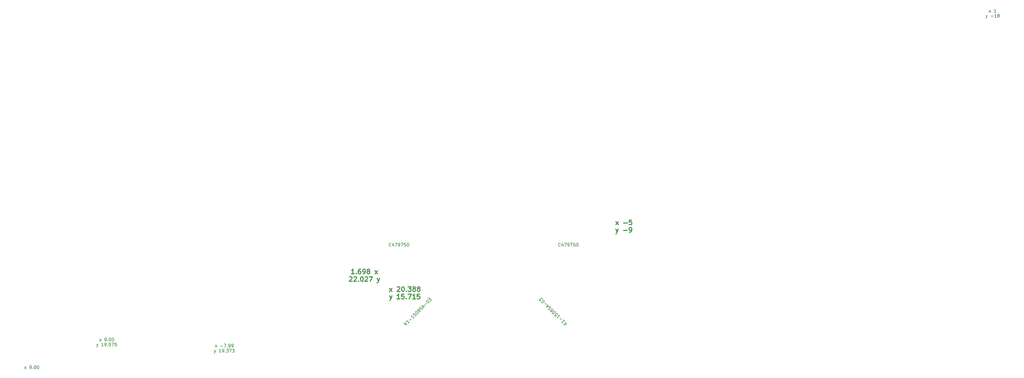
<source format=gbr>
%TF.GenerationSoftware,KiCad,Pcbnew,(6.0.5)*%
%TF.CreationDate,2022-08-12T23:05:57+08:00*%
%TF.ProjectId,ChunkyXiao,4368756e-6b79-4586-9961-6f2e6b696361,rev?*%
%TF.SameCoordinates,Original*%
%TF.FileFunction,Other,Comment*%
%FSLAX46Y46*%
G04 Gerber Fmt 4.6, Leading zero omitted, Abs format (unit mm)*
G04 Created by KiCad (PCBNEW (6.0.5)) date 2022-08-12 23:05:57*
%MOMM*%
%LPD*%
G01*
G04 APERTURE LIST*
%ADD10C,0.150000*%
%ADD11C,0.300000*%
G04 APERTURE END LIST*
D10*
X128597304Y-186753311D02*
X129121114Y-186086645D01*
X128597304Y-186086645D02*
X129121114Y-186753311D01*
X130263971Y-186372359D02*
X131025876Y-186372359D01*
X131406828Y-185753311D02*
X132073495Y-185753311D01*
X131644923Y-186753311D01*
X132454447Y-186658073D02*
X132502066Y-186705692D01*
X132454447Y-186753311D01*
X132406828Y-186705692D01*
X132454447Y-186658073D01*
X132454447Y-186753311D01*
X132978256Y-186753311D02*
X133168733Y-186753311D01*
X133263971Y-186705692D01*
X133311590Y-186658073D01*
X133406828Y-186515216D01*
X133454447Y-186324740D01*
X133454447Y-185943788D01*
X133406828Y-185848550D01*
X133359209Y-185800931D01*
X133263971Y-185753311D01*
X133073495Y-185753311D01*
X132978256Y-185800931D01*
X132930637Y-185848550D01*
X132883018Y-185943788D01*
X132883018Y-186181883D01*
X132930637Y-186277121D01*
X132978256Y-186324740D01*
X133073495Y-186372359D01*
X133263971Y-186372359D01*
X133359209Y-186324740D01*
X133406828Y-186277121D01*
X133454447Y-186181883D01*
X133930637Y-186753311D02*
X134121114Y-186753311D01*
X134216352Y-186705692D01*
X134263971Y-186658073D01*
X134359209Y-186515216D01*
X134406828Y-186324740D01*
X134406828Y-185943788D01*
X134359209Y-185848550D01*
X134311590Y-185800931D01*
X134216352Y-185753311D01*
X134025876Y-185753311D01*
X133930637Y-185800931D01*
X133883018Y-185848550D01*
X133835399Y-185943788D01*
X133835399Y-186181883D01*
X133883018Y-186277121D01*
X133930637Y-186324740D01*
X134025876Y-186372359D01*
X134216352Y-186372359D01*
X134311590Y-186324740D01*
X134359209Y-186277121D01*
X134406828Y-186181883D01*
X128287780Y-187696645D02*
X128525876Y-188363311D01*
X128763971Y-187696645D02*
X128525876Y-188363311D01*
X128430637Y-188601407D01*
X128383018Y-188649026D01*
X128287780Y-188696645D01*
X130430637Y-188363311D02*
X129859209Y-188363311D01*
X130144923Y-188363311D02*
X130144923Y-187363311D01*
X130049685Y-187506169D01*
X129954447Y-187601407D01*
X129859209Y-187649026D01*
X130906828Y-188363311D02*
X131097304Y-188363311D01*
X131192542Y-188315692D01*
X131240161Y-188268073D01*
X131335399Y-188125216D01*
X131383018Y-187934740D01*
X131383018Y-187553788D01*
X131335399Y-187458550D01*
X131287780Y-187410931D01*
X131192542Y-187363311D01*
X131002066Y-187363311D01*
X130906828Y-187410931D01*
X130859209Y-187458550D01*
X130811590Y-187553788D01*
X130811590Y-187791883D01*
X130859209Y-187887121D01*
X130906828Y-187934740D01*
X131002066Y-187982359D01*
X131192542Y-187982359D01*
X131287780Y-187934740D01*
X131335399Y-187887121D01*
X131383018Y-187791883D01*
X131811590Y-188268073D02*
X131859209Y-188315692D01*
X131811590Y-188363311D01*
X131763971Y-188315692D01*
X131811590Y-188268073D01*
X131811590Y-188363311D01*
X132192542Y-187363311D02*
X132811590Y-187363311D01*
X132478256Y-187744264D01*
X132621114Y-187744264D01*
X132716352Y-187791883D01*
X132763971Y-187839502D01*
X132811590Y-187934740D01*
X132811590Y-188172835D01*
X132763971Y-188268073D01*
X132716352Y-188315692D01*
X132621114Y-188363311D01*
X132335399Y-188363311D01*
X132240161Y-188315692D01*
X132192542Y-188268073D01*
X133144923Y-187363311D02*
X133811590Y-187363311D01*
X133383018Y-188363311D01*
X134097304Y-187363311D02*
X134716352Y-187363311D01*
X134383018Y-187744264D01*
X134525876Y-187744264D01*
X134621114Y-187791883D01*
X134668733Y-187839502D01*
X134716352Y-187934740D01*
X134716352Y-188172835D01*
X134668733Y-188268073D01*
X134621114Y-188315692D01*
X134525876Y-188363311D01*
X134240161Y-188363311D01*
X134144923Y-188315692D01*
X134097304Y-188268073D01*
D11*
X184517142Y-168831071D02*
X185302857Y-167831071D01*
X184517142Y-167831071D02*
X185302857Y-168831071D01*
X186945714Y-167473928D02*
X187017142Y-167402500D01*
X187160000Y-167331071D01*
X187517142Y-167331071D01*
X187660000Y-167402500D01*
X187731428Y-167473928D01*
X187802857Y-167616785D01*
X187802857Y-167759642D01*
X187731428Y-167973928D01*
X186874285Y-168831071D01*
X187802857Y-168831071D01*
X188731428Y-167331071D02*
X188874285Y-167331071D01*
X189017142Y-167402500D01*
X189088571Y-167473928D01*
X189160000Y-167616785D01*
X189231428Y-167902500D01*
X189231428Y-168259642D01*
X189160000Y-168545357D01*
X189088571Y-168688214D01*
X189017142Y-168759642D01*
X188874285Y-168831071D01*
X188731428Y-168831071D01*
X188588571Y-168759642D01*
X188517142Y-168688214D01*
X188445714Y-168545357D01*
X188374285Y-168259642D01*
X188374285Y-167902500D01*
X188445714Y-167616785D01*
X188517142Y-167473928D01*
X188588571Y-167402500D01*
X188731428Y-167331071D01*
X189874285Y-168688214D02*
X189945714Y-168759642D01*
X189874285Y-168831071D01*
X189802857Y-168759642D01*
X189874285Y-168688214D01*
X189874285Y-168831071D01*
X190445714Y-167331071D02*
X191374285Y-167331071D01*
X190874285Y-167902500D01*
X191088571Y-167902500D01*
X191231428Y-167973928D01*
X191302857Y-168045357D01*
X191374285Y-168188214D01*
X191374285Y-168545357D01*
X191302857Y-168688214D01*
X191231428Y-168759642D01*
X191088571Y-168831071D01*
X190660000Y-168831071D01*
X190517142Y-168759642D01*
X190445714Y-168688214D01*
X192231428Y-167973928D02*
X192088571Y-167902500D01*
X192017142Y-167831071D01*
X191945714Y-167688214D01*
X191945714Y-167616785D01*
X192017142Y-167473928D01*
X192088571Y-167402500D01*
X192231428Y-167331071D01*
X192517142Y-167331071D01*
X192660000Y-167402500D01*
X192731428Y-167473928D01*
X192802857Y-167616785D01*
X192802857Y-167688214D01*
X192731428Y-167831071D01*
X192660000Y-167902500D01*
X192517142Y-167973928D01*
X192231428Y-167973928D01*
X192088571Y-168045357D01*
X192017142Y-168116785D01*
X191945714Y-168259642D01*
X191945714Y-168545357D01*
X192017142Y-168688214D01*
X192088571Y-168759642D01*
X192231428Y-168831071D01*
X192517142Y-168831071D01*
X192660000Y-168759642D01*
X192731428Y-168688214D01*
X192802857Y-168545357D01*
X192802857Y-168259642D01*
X192731428Y-168116785D01*
X192660000Y-168045357D01*
X192517142Y-167973928D01*
X193660000Y-167973928D02*
X193517142Y-167902500D01*
X193445714Y-167831071D01*
X193374285Y-167688214D01*
X193374285Y-167616785D01*
X193445714Y-167473928D01*
X193517142Y-167402500D01*
X193660000Y-167331071D01*
X193945714Y-167331071D01*
X194088571Y-167402500D01*
X194160000Y-167473928D01*
X194231428Y-167616785D01*
X194231428Y-167688214D01*
X194160000Y-167831071D01*
X194088571Y-167902500D01*
X193945714Y-167973928D01*
X193660000Y-167973928D01*
X193517142Y-168045357D01*
X193445714Y-168116785D01*
X193374285Y-168259642D01*
X193374285Y-168545357D01*
X193445714Y-168688214D01*
X193517142Y-168759642D01*
X193660000Y-168831071D01*
X193945714Y-168831071D01*
X194088571Y-168759642D01*
X194160000Y-168688214D01*
X194231428Y-168545357D01*
X194231428Y-168259642D01*
X194160000Y-168116785D01*
X194088571Y-168045357D01*
X193945714Y-167973928D01*
X184552857Y-170246071D02*
X184910000Y-171246071D01*
X185267142Y-170246071D02*
X184910000Y-171246071D01*
X184767142Y-171603214D01*
X184695714Y-171674642D01*
X184552857Y-171746071D01*
X187767142Y-171246071D02*
X186910000Y-171246071D01*
X187338571Y-171246071D02*
X187338571Y-169746071D01*
X187195714Y-169960357D01*
X187052857Y-170103214D01*
X186910000Y-170174642D01*
X189124285Y-169746071D02*
X188410000Y-169746071D01*
X188338571Y-170460357D01*
X188410000Y-170388928D01*
X188552857Y-170317500D01*
X188910000Y-170317500D01*
X189052857Y-170388928D01*
X189124285Y-170460357D01*
X189195714Y-170603214D01*
X189195714Y-170960357D01*
X189124285Y-171103214D01*
X189052857Y-171174642D01*
X188910000Y-171246071D01*
X188552857Y-171246071D01*
X188410000Y-171174642D01*
X188338571Y-171103214D01*
X189838571Y-171103214D02*
X189910000Y-171174642D01*
X189838571Y-171246071D01*
X189767142Y-171174642D01*
X189838571Y-171103214D01*
X189838571Y-171246071D01*
X190410000Y-169746071D02*
X191410000Y-169746071D01*
X190767142Y-171246071D01*
X192767142Y-171246071D02*
X191910000Y-171246071D01*
X192338571Y-171246071D02*
X192338571Y-169746071D01*
X192195714Y-169960357D01*
X192052857Y-170103214D01*
X191910000Y-170174642D01*
X194124285Y-169746071D02*
X193410000Y-169746071D01*
X193338571Y-170460357D01*
X193410000Y-170388928D01*
X193552857Y-170317500D01*
X193910000Y-170317500D01*
X194052857Y-170388928D01*
X194124285Y-170460357D01*
X194195714Y-170603214D01*
X194195714Y-170960357D01*
X194124285Y-171103214D01*
X194052857Y-171174642D01*
X193910000Y-171246071D01*
X193552857Y-171246071D01*
X193410000Y-171174642D01*
X193338571Y-171103214D01*
D10*
X376705952Y-79172380D02*
X377229761Y-78505714D01*
X376705952Y-78505714D02*
X377229761Y-79172380D01*
X378896428Y-79172380D02*
X378325000Y-79172380D01*
X378610714Y-79172380D02*
X378610714Y-78172380D01*
X378515476Y-78315238D01*
X378420238Y-78410476D01*
X378325000Y-78458095D01*
X375634523Y-80115714D02*
X375872619Y-80782380D01*
X376110714Y-80115714D02*
X375872619Y-80782380D01*
X375777380Y-81020476D01*
X375729761Y-81068095D01*
X375634523Y-81115714D01*
X377253571Y-80401428D02*
X378015476Y-80401428D01*
X379015476Y-80782380D02*
X378444047Y-80782380D01*
X378729761Y-80782380D02*
X378729761Y-79782380D01*
X378634523Y-79925238D01*
X378539285Y-80020476D01*
X378444047Y-80068095D01*
X379586904Y-80210952D02*
X379491666Y-80163333D01*
X379444047Y-80115714D01*
X379396428Y-80020476D01*
X379396428Y-79972857D01*
X379444047Y-79877619D01*
X379491666Y-79830000D01*
X379586904Y-79782380D01*
X379777380Y-79782380D01*
X379872619Y-79830000D01*
X379920238Y-79877619D01*
X379967857Y-79972857D01*
X379967857Y-80020476D01*
X379920238Y-80115714D01*
X379872619Y-80163333D01*
X379777380Y-80210952D01*
X379586904Y-80210952D01*
X379491666Y-80258571D01*
X379444047Y-80306190D01*
X379396428Y-80401428D01*
X379396428Y-80591904D01*
X379444047Y-80687142D01*
X379491666Y-80734761D01*
X379586904Y-80782380D01*
X379777380Y-80782380D01*
X379872619Y-80734761D01*
X379920238Y-80687142D01*
X379967857Y-80591904D01*
X379967857Y-80401428D01*
X379920238Y-80306190D01*
X379872619Y-80258571D01*
X379777380Y-80210952D01*
X67506353Y-193668310D02*
X68030162Y-193001644D01*
X67506353Y-193001644D02*
X68030162Y-193668310D01*
X69220638Y-193668310D02*
X69411115Y-193668310D01*
X69506353Y-193620691D01*
X69553972Y-193573072D01*
X69649210Y-193430215D01*
X69696829Y-193239739D01*
X69696829Y-192858787D01*
X69649210Y-192763549D01*
X69601591Y-192715930D01*
X69506353Y-192668310D01*
X69315877Y-192668310D01*
X69220638Y-192715930D01*
X69173019Y-192763549D01*
X69125400Y-192858787D01*
X69125400Y-193096882D01*
X69173019Y-193192120D01*
X69220638Y-193239739D01*
X69315877Y-193287358D01*
X69506353Y-193287358D01*
X69601591Y-193239739D01*
X69649210Y-193192120D01*
X69696829Y-193096882D01*
X70125400Y-193573072D02*
X70173019Y-193620691D01*
X70125400Y-193668310D01*
X70077781Y-193620691D01*
X70125400Y-193573072D01*
X70125400Y-193668310D01*
X70792067Y-192668310D02*
X70887305Y-192668310D01*
X70982543Y-192715930D01*
X71030162Y-192763549D01*
X71077781Y-192858787D01*
X71125400Y-193049263D01*
X71125400Y-193287358D01*
X71077781Y-193477834D01*
X71030162Y-193573072D01*
X70982543Y-193620691D01*
X70887305Y-193668310D01*
X70792067Y-193668310D01*
X70696829Y-193620691D01*
X70649210Y-193573072D01*
X70601591Y-193477834D01*
X70553972Y-193287358D01*
X70553972Y-193049263D01*
X70601591Y-192858787D01*
X70649210Y-192763549D01*
X70696829Y-192715930D01*
X70792067Y-192668310D01*
X71744448Y-192668310D02*
X71839686Y-192668310D01*
X71934924Y-192715930D01*
X71982543Y-192763549D01*
X72030162Y-192858787D01*
X72077781Y-193049263D01*
X72077781Y-193287358D01*
X72030162Y-193477834D01*
X71982543Y-193573072D01*
X71934924Y-193620691D01*
X71839686Y-193668310D01*
X71744448Y-193668310D01*
X71649210Y-193620691D01*
X71601591Y-193573072D01*
X71553972Y-193477834D01*
X71506353Y-193287358D01*
X71506353Y-193049263D01*
X71553972Y-192858787D01*
X71601591Y-192763549D01*
X71649210Y-192715930D01*
X71744448Y-192668310D01*
X91506354Y-184783313D02*
X92030163Y-184116647D01*
X91506354Y-184116647D02*
X92030163Y-184783313D01*
X93220639Y-184783313D02*
X93411116Y-184783313D01*
X93506354Y-184735694D01*
X93553973Y-184688075D01*
X93649211Y-184545218D01*
X93696830Y-184354742D01*
X93696830Y-183973790D01*
X93649211Y-183878552D01*
X93601592Y-183830933D01*
X93506354Y-183783313D01*
X93315878Y-183783313D01*
X93220639Y-183830933D01*
X93173020Y-183878552D01*
X93125401Y-183973790D01*
X93125401Y-184211885D01*
X93173020Y-184307123D01*
X93220639Y-184354742D01*
X93315878Y-184402361D01*
X93506354Y-184402361D01*
X93601592Y-184354742D01*
X93649211Y-184307123D01*
X93696830Y-184211885D01*
X94125401Y-184688075D02*
X94173020Y-184735694D01*
X94125401Y-184783313D01*
X94077782Y-184735694D01*
X94125401Y-184688075D01*
X94125401Y-184783313D01*
X94792068Y-183783313D02*
X94887306Y-183783313D01*
X94982544Y-183830933D01*
X95030163Y-183878552D01*
X95077782Y-183973790D01*
X95125401Y-184164266D01*
X95125401Y-184402361D01*
X95077782Y-184592837D01*
X95030163Y-184688075D01*
X94982544Y-184735694D01*
X94887306Y-184783313D01*
X94792068Y-184783313D01*
X94696830Y-184735694D01*
X94649211Y-184688075D01*
X94601592Y-184592837D01*
X94553973Y-184402361D01*
X94553973Y-184164266D01*
X94601592Y-183973790D01*
X94649211Y-183878552D01*
X94696830Y-183830933D01*
X94792068Y-183783313D01*
X95744449Y-183783313D02*
X95839687Y-183783313D01*
X95934925Y-183830933D01*
X95982544Y-183878552D01*
X96030163Y-183973790D01*
X96077782Y-184164266D01*
X96077782Y-184402361D01*
X96030163Y-184592837D01*
X95982544Y-184688075D01*
X95934925Y-184735694D01*
X95839687Y-184783313D01*
X95744449Y-184783313D01*
X95649211Y-184735694D01*
X95601592Y-184688075D01*
X95553973Y-184592837D01*
X95506354Y-184402361D01*
X95506354Y-184164266D01*
X95553973Y-183973790D01*
X95601592Y-183878552D01*
X95649211Y-183830933D01*
X95744449Y-183783313D01*
X90577782Y-185726647D02*
X90815878Y-186393313D01*
X91053973Y-185726647D02*
X90815878Y-186393313D01*
X90720639Y-186631409D01*
X90673020Y-186679028D01*
X90577782Y-186726647D01*
X92720639Y-186393313D02*
X92149211Y-186393313D01*
X92434925Y-186393313D02*
X92434925Y-185393313D01*
X92339687Y-185536171D01*
X92244449Y-185631409D01*
X92149211Y-185679028D01*
X93196830Y-186393313D02*
X93387306Y-186393313D01*
X93482544Y-186345694D01*
X93530163Y-186298075D01*
X93625401Y-186155218D01*
X93673020Y-185964742D01*
X93673020Y-185583790D01*
X93625401Y-185488552D01*
X93577782Y-185440933D01*
X93482544Y-185393313D01*
X93292068Y-185393313D01*
X93196830Y-185440933D01*
X93149211Y-185488552D01*
X93101592Y-185583790D01*
X93101592Y-185821885D01*
X93149211Y-185917123D01*
X93196830Y-185964742D01*
X93292068Y-186012361D01*
X93482544Y-186012361D01*
X93577782Y-185964742D01*
X93625401Y-185917123D01*
X93673020Y-185821885D01*
X94101592Y-186298075D02*
X94149211Y-186345694D01*
X94101592Y-186393313D01*
X94053973Y-186345694D01*
X94101592Y-186298075D01*
X94101592Y-186393313D01*
X95053973Y-185393313D02*
X94577782Y-185393313D01*
X94530163Y-185869504D01*
X94577782Y-185821885D01*
X94673020Y-185774266D01*
X94911116Y-185774266D01*
X95006354Y-185821885D01*
X95053973Y-185869504D01*
X95101592Y-185964742D01*
X95101592Y-186202837D01*
X95053973Y-186298075D01*
X95006354Y-186345694D01*
X94911116Y-186393313D01*
X94673020Y-186393313D01*
X94577782Y-186345694D01*
X94530163Y-186298075D01*
X95434925Y-185393313D02*
X96101592Y-185393313D01*
X95673020Y-186393313D01*
X96958735Y-185393313D02*
X96482544Y-185393313D01*
X96434925Y-185869504D01*
X96482544Y-185821885D01*
X96577782Y-185774266D01*
X96815878Y-185774266D01*
X96911116Y-185821885D01*
X96958735Y-185869504D01*
X97006354Y-185964742D01*
X97006354Y-186202837D01*
X96958735Y-186298075D01*
X96911116Y-186345694D01*
X96815878Y-186393313D01*
X96577782Y-186393313D01*
X96482544Y-186345694D01*
X96434925Y-186298075D01*
D11*
X257017857Y-147396071D02*
X257803571Y-146396071D01*
X257017857Y-146396071D02*
X257803571Y-147396071D01*
X259517857Y-146824642D02*
X260660714Y-146824642D01*
X262089285Y-145896071D02*
X261375000Y-145896071D01*
X261303571Y-146610357D01*
X261375000Y-146538928D01*
X261517857Y-146467500D01*
X261875000Y-146467500D01*
X262017857Y-146538928D01*
X262089285Y-146610357D01*
X262160714Y-146753214D01*
X262160714Y-147110357D01*
X262089285Y-147253214D01*
X262017857Y-147324642D01*
X261875000Y-147396071D01*
X261517857Y-147396071D01*
X261375000Y-147324642D01*
X261303571Y-147253214D01*
X257053571Y-148811071D02*
X257410714Y-149811071D01*
X257767857Y-148811071D02*
X257410714Y-149811071D01*
X257267857Y-150168214D01*
X257196428Y-150239642D01*
X257053571Y-150311071D01*
X259482142Y-149239642D02*
X260625000Y-149239642D01*
X261410714Y-149811071D02*
X261696428Y-149811071D01*
X261839285Y-149739642D01*
X261910714Y-149668214D01*
X262053571Y-149453928D01*
X262125000Y-149168214D01*
X262125000Y-148596785D01*
X262053571Y-148453928D01*
X261982142Y-148382500D01*
X261839285Y-148311071D01*
X261553571Y-148311071D01*
X261410714Y-148382500D01*
X261339285Y-148453928D01*
X261267857Y-148596785D01*
X261267857Y-148953928D01*
X261339285Y-149096785D01*
X261410714Y-149168214D01*
X261553571Y-149239642D01*
X261839285Y-149239642D01*
X261982142Y-149168214D01*
X262053571Y-149096785D01*
X262125000Y-148953928D01*
X173163391Y-163181432D02*
X172306248Y-163181432D01*
X172734819Y-163181432D02*
X172734819Y-161681432D01*
X172591962Y-161895718D01*
X172449105Y-162038575D01*
X172306248Y-162110003D01*
X173806248Y-163038575D02*
X173877676Y-163110003D01*
X173806248Y-163181432D01*
X173734819Y-163110003D01*
X173806248Y-163038575D01*
X173806248Y-163181432D01*
X175163391Y-161681432D02*
X174877676Y-161681432D01*
X174734819Y-161752861D01*
X174663391Y-161824289D01*
X174520533Y-162038575D01*
X174449105Y-162324289D01*
X174449105Y-162895718D01*
X174520533Y-163038575D01*
X174591962Y-163110003D01*
X174734819Y-163181432D01*
X175020533Y-163181432D01*
X175163391Y-163110003D01*
X175234819Y-163038575D01*
X175306248Y-162895718D01*
X175306248Y-162538575D01*
X175234819Y-162395718D01*
X175163391Y-162324289D01*
X175020533Y-162252861D01*
X174734819Y-162252861D01*
X174591962Y-162324289D01*
X174520533Y-162395718D01*
X174449105Y-162538575D01*
X176020533Y-163181432D02*
X176306248Y-163181432D01*
X176449105Y-163110003D01*
X176520533Y-163038575D01*
X176663391Y-162824289D01*
X176734819Y-162538575D01*
X176734819Y-161967146D01*
X176663391Y-161824289D01*
X176591962Y-161752861D01*
X176449105Y-161681432D01*
X176163391Y-161681432D01*
X176020533Y-161752861D01*
X175949105Y-161824289D01*
X175877676Y-161967146D01*
X175877676Y-162324289D01*
X175949105Y-162467146D01*
X176020533Y-162538575D01*
X176163391Y-162610003D01*
X176449105Y-162610003D01*
X176591962Y-162538575D01*
X176663391Y-162467146D01*
X176734819Y-162324289D01*
X177591962Y-162324289D02*
X177449105Y-162252861D01*
X177377676Y-162181432D01*
X177306248Y-162038575D01*
X177306248Y-161967146D01*
X177377676Y-161824289D01*
X177449105Y-161752861D01*
X177591962Y-161681432D01*
X177877676Y-161681432D01*
X178020533Y-161752861D01*
X178091962Y-161824289D01*
X178163391Y-161967146D01*
X178163391Y-162038575D01*
X178091962Y-162181432D01*
X178020533Y-162252861D01*
X177877676Y-162324289D01*
X177591962Y-162324289D01*
X177449105Y-162395718D01*
X177377676Y-162467146D01*
X177306248Y-162610003D01*
X177306248Y-162895718D01*
X177377676Y-163038575D01*
X177449105Y-163110003D01*
X177591962Y-163181432D01*
X177877676Y-163181432D01*
X178020533Y-163110003D01*
X178091962Y-163038575D01*
X178163391Y-162895718D01*
X178163391Y-162610003D01*
X178091962Y-162467146D01*
X178020533Y-162395718D01*
X177877676Y-162324289D01*
X179806248Y-163181432D02*
X180591962Y-162181432D01*
X179806248Y-162181432D02*
X180591962Y-163181432D01*
X171627676Y-164239289D02*
X171699105Y-164167861D01*
X171841962Y-164096432D01*
X172199105Y-164096432D01*
X172341962Y-164167861D01*
X172413391Y-164239289D01*
X172484819Y-164382146D01*
X172484819Y-164525003D01*
X172413391Y-164739289D01*
X171556248Y-165596432D01*
X172484819Y-165596432D01*
X173056248Y-164239289D02*
X173127676Y-164167861D01*
X173270533Y-164096432D01*
X173627676Y-164096432D01*
X173770533Y-164167861D01*
X173841962Y-164239289D01*
X173913391Y-164382146D01*
X173913391Y-164525003D01*
X173841962Y-164739289D01*
X172984819Y-165596432D01*
X173913391Y-165596432D01*
X174556248Y-165453575D02*
X174627676Y-165525003D01*
X174556248Y-165596432D01*
X174484819Y-165525003D01*
X174556248Y-165453575D01*
X174556248Y-165596432D01*
X175556248Y-164096432D02*
X175699105Y-164096432D01*
X175841962Y-164167861D01*
X175913391Y-164239289D01*
X175984819Y-164382146D01*
X176056248Y-164667861D01*
X176056248Y-165025003D01*
X175984819Y-165310718D01*
X175913391Y-165453575D01*
X175841962Y-165525003D01*
X175699105Y-165596432D01*
X175556248Y-165596432D01*
X175413391Y-165525003D01*
X175341962Y-165453575D01*
X175270533Y-165310718D01*
X175199105Y-165025003D01*
X175199105Y-164667861D01*
X175270533Y-164382146D01*
X175341962Y-164239289D01*
X175413391Y-164167861D01*
X175556248Y-164096432D01*
X176627676Y-164239289D02*
X176699105Y-164167861D01*
X176841962Y-164096432D01*
X177199105Y-164096432D01*
X177341962Y-164167861D01*
X177413391Y-164239289D01*
X177484819Y-164382146D01*
X177484819Y-164525003D01*
X177413391Y-164739289D01*
X176556248Y-165596432D01*
X177484819Y-165596432D01*
X177984819Y-164096432D02*
X178984819Y-164096432D01*
X178341962Y-165596432D01*
X180556248Y-164596432D02*
X180913391Y-165596432D01*
X181270533Y-164596432D02*
X180913391Y-165596432D01*
X180770533Y-165953575D01*
X180699105Y-166025003D01*
X180556248Y-166096432D01*
D10*
%TO.C,J6*%
X239249271Y-154231135D02*
X239201652Y-154278754D01*
X239058795Y-154326373D01*
X238963557Y-154326373D01*
X238820700Y-154278754D01*
X238725462Y-154183516D01*
X238677843Y-154088278D01*
X238630224Y-153897802D01*
X238630224Y-153754945D01*
X238677843Y-153564469D01*
X238725462Y-153469231D01*
X238820700Y-153373993D01*
X238963557Y-153326373D01*
X239058795Y-153326373D01*
X239201652Y-153373993D01*
X239249271Y-153421612D01*
X240106414Y-153659707D02*
X240106414Y-154326373D01*
X239868319Y-153278754D02*
X239630224Y-153993040D01*
X240249271Y-153993040D01*
X240534986Y-153326373D02*
X241201652Y-153326373D01*
X240773081Y-154326373D01*
X241630224Y-154326373D02*
X241820700Y-154326373D01*
X241915938Y-154278754D01*
X241963557Y-154231135D01*
X242058795Y-154088278D01*
X242106414Y-153897802D01*
X242106414Y-153516850D01*
X242058795Y-153421612D01*
X242011176Y-153373993D01*
X241915938Y-153326373D01*
X241725462Y-153326373D01*
X241630224Y-153373993D01*
X241582605Y-153421612D01*
X241534986Y-153516850D01*
X241534986Y-153754945D01*
X241582605Y-153850183D01*
X241630224Y-153897802D01*
X241725462Y-153945421D01*
X241915938Y-153945421D01*
X242011176Y-153897802D01*
X242058795Y-153850183D01*
X242106414Y-153754945D01*
X242439748Y-153326373D02*
X243106414Y-153326373D01*
X242677843Y-154326373D01*
X243963557Y-153326373D02*
X243487367Y-153326373D01*
X243439748Y-153802564D01*
X243487367Y-153754945D01*
X243582605Y-153707326D01*
X243820700Y-153707326D01*
X243915938Y-153754945D01*
X243963557Y-153802564D01*
X244011176Y-153897802D01*
X244011176Y-154135897D01*
X243963557Y-154231135D01*
X243915938Y-154278754D01*
X243820700Y-154326373D01*
X243582605Y-154326373D01*
X243487367Y-154278754D01*
X243439748Y-154231135D01*
X244630224Y-153326373D02*
X244725462Y-153326373D01*
X244820700Y-153373993D01*
X244868319Y-153421612D01*
X244915938Y-153516850D01*
X244963557Y-153707326D01*
X244963557Y-153945421D01*
X244915938Y-154135897D01*
X244868319Y-154231135D01*
X244820700Y-154278754D01*
X244725462Y-154326373D01*
X244630224Y-154326373D01*
X244534986Y-154278754D01*
X244487367Y-154231135D01*
X244439748Y-154135897D01*
X244392129Y-153945421D01*
X244392129Y-153707326D01*
X244439748Y-153516850D01*
X244487367Y-153421612D01*
X244534986Y-153373993D01*
X244630224Y-153326373D01*
%TO.C,S2*%
X241285532Y-179034441D02*
X240578425Y-179741548D01*
X240881471Y-178630380D02*
X240780456Y-179337487D01*
X240174364Y-179337487D02*
X240982486Y-179337487D01*
X240208036Y-177956945D02*
X240612097Y-178361006D01*
X240410067Y-178158975D02*
X239702960Y-178866082D01*
X239871319Y-178832410D01*
X240006006Y-178832410D01*
X240107021Y-178866082D01*
X239635616Y-177923273D02*
X239096868Y-177384525D01*
X238659136Y-176408044D02*
X239063197Y-176812105D01*
X238861166Y-176610075D02*
X238154059Y-177317182D01*
X238322418Y-177283510D01*
X238457105Y-177283510D01*
X238558120Y-177317182D01*
X237312266Y-176475388D02*
X237648983Y-176812105D01*
X238019372Y-176509060D01*
X237952029Y-176509060D01*
X237851014Y-176475388D01*
X237682655Y-176307029D01*
X237648983Y-176206014D01*
X237648983Y-176138670D01*
X237682655Y-176037655D01*
X237851014Y-175869296D01*
X237952029Y-175835625D01*
X238019372Y-175835625D01*
X238120388Y-175869296D01*
X238288746Y-176037655D01*
X238322418Y-176138670D01*
X238322418Y-176206014D01*
X236840861Y-176003983D02*
X236773517Y-175936640D01*
X236739846Y-175835625D01*
X236739846Y-175768281D01*
X236773517Y-175667266D01*
X236874533Y-175498907D01*
X237042892Y-175330548D01*
X237211250Y-175229533D01*
X237312266Y-175195861D01*
X237379609Y-175195861D01*
X237480624Y-175229533D01*
X237547968Y-175296877D01*
X237581640Y-175397892D01*
X237581640Y-175465235D01*
X237547968Y-175566251D01*
X237446953Y-175734609D01*
X237278594Y-175902968D01*
X237110235Y-176003983D01*
X237009220Y-176037655D01*
X236941876Y-176037655D01*
X236840861Y-176003983D01*
X236504143Y-175061174D02*
X236537815Y-175162189D01*
X236537815Y-175229533D01*
X236504143Y-175330548D01*
X236470472Y-175364220D01*
X236369456Y-175397892D01*
X236302113Y-175397892D01*
X236201098Y-175364220D01*
X236066411Y-175229533D01*
X236032739Y-175128518D01*
X236032739Y-175061174D01*
X236066411Y-174960159D01*
X236100082Y-174926487D01*
X236201098Y-174892815D01*
X236268441Y-174892815D01*
X236369456Y-174926487D01*
X236504143Y-175061174D01*
X236605159Y-175094846D01*
X236672502Y-175094846D01*
X236773517Y-175061174D01*
X236908205Y-174926487D01*
X236941876Y-174825472D01*
X236941876Y-174758128D01*
X236908205Y-174657113D01*
X236773517Y-174522426D01*
X236672502Y-174488754D01*
X236605159Y-174488754D01*
X236504143Y-174522426D01*
X236369456Y-174657113D01*
X236335785Y-174758128D01*
X236335785Y-174825472D01*
X236369456Y-174926487D01*
X236335785Y-174152037D02*
X236268441Y-174017350D01*
X236100082Y-173848991D01*
X235999067Y-173815319D01*
X235931724Y-173815319D01*
X235830708Y-173848991D01*
X235763365Y-173916335D01*
X235729693Y-174017350D01*
X235729693Y-174084693D01*
X235763365Y-174185709D01*
X235864380Y-174354067D01*
X235898052Y-174455083D01*
X235898052Y-174522426D01*
X235864380Y-174623441D01*
X235797037Y-174690785D01*
X235696021Y-174724457D01*
X235628678Y-174724457D01*
X235527663Y-174690785D01*
X235359304Y-174522426D01*
X235291960Y-174387739D01*
X235493991Y-173646961D02*
X235157273Y-173310243D01*
X235763365Y-173512274D02*
X234820556Y-173983678D01*
X235291960Y-173040869D01*
X234786884Y-173074541D02*
X234248136Y-172535793D01*
X233338999Y-172502121D02*
X233271655Y-172434778D01*
X233237984Y-172333762D01*
X233237984Y-172266419D01*
X233271655Y-172165404D01*
X233372671Y-171997045D01*
X233541029Y-171828686D01*
X233709388Y-171727671D01*
X233810403Y-171693999D01*
X233877747Y-171693999D01*
X233978762Y-171727671D01*
X234046106Y-171795014D01*
X234079777Y-171896030D01*
X234079777Y-171963373D01*
X234046106Y-172064388D01*
X233945090Y-172232747D01*
X233776732Y-172401106D01*
X233608373Y-172502121D01*
X233507358Y-172535793D01*
X233440014Y-172535793D01*
X233338999Y-172502121D01*
X232867594Y-172030717D02*
X232429862Y-171592984D01*
X232934938Y-171559312D01*
X232833923Y-171458297D01*
X232800251Y-171357282D01*
X232800251Y-171289938D01*
X232833923Y-171188923D01*
X233002281Y-171020564D01*
X233103297Y-170986892D01*
X233170640Y-170986892D01*
X233271655Y-171020564D01*
X233473686Y-171222595D01*
X233507358Y-171323610D01*
X233507358Y-171390953D01*
%TO.C,J4*%
X184944270Y-154231135D02*
X184896651Y-154278754D01*
X184753794Y-154326373D01*
X184658556Y-154326373D01*
X184515699Y-154278754D01*
X184420461Y-154183516D01*
X184372842Y-154088278D01*
X184325223Y-153897802D01*
X184325223Y-153754945D01*
X184372842Y-153564469D01*
X184420461Y-153469231D01*
X184515699Y-153373993D01*
X184658556Y-153326373D01*
X184753794Y-153326373D01*
X184896651Y-153373993D01*
X184944270Y-153421612D01*
X185801413Y-153659707D02*
X185801413Y-154326373D01*
X185563318Y-153278754D02*
X185325223Y-153993040D01*
X185944270Y-153993040D01*
X186229985Y-153326373D02*
X186896651Y-153326373D01*
X186468080Y-154326373D01*
X187325223Y-154326373D02*
X187515699Y-154326373D01*
X187610937Y-154278754D01*
X187658556Y-154231135D01*
X187753794Y-154088278D01*
X187801413Y-153897802D01*
X187801413Y-153516850D01*
X187753794Y-153421612D01*
X187706175Y-153373993D01*
X187610937Y-153326373D01*
X187420461Y-153326373D01*
X187325223Y-153373993D01*
X187277604Y-153421612D01*
X187229985Y-153516850D01*
X187229985Y-153754945D01*
X187277604Y-153850183D01*
X187325223Y-153897802D01*
X187420461Y-153945421D01*
X187610937Y-153945421D01*
X187706175Y-153897802D01*
X187753794Y-153850183D01*
X187801413Y-153754945D01*
X188134747Y-153326373D02*
X188801413Y-153326373D01*
X188372842Y-154326373D01*
X189658556Y-153326373D02*
X189182366Y-153326373D01*
X189134747Y-153802564D01*
X189182366Y-153754945D01*
X189277604Y-153707326D01*
X189515699Y-153707326D01*
X189610937Y-153754945D01*
X189658556Y-153802564D01*
X189706175Y-153897802D01*
X189706175Y-154135897D01*
X189658556Y-154231135D01*
X189610937Y-154278754D01*
X189515699Y-154326373D01*
X189277604Y-154326373D01*
X189182366Y-154278754D01*
X189134747Y-154231135D01*
X190325223Y-153326373D02*
X190420461Y-153326373D01*
X190515699Y-153373993D01*
X190563318Y-153421612D01*
X190610937Y-153516850D01*
X190658556Y-153707326D01*
X190658556Y-153945421D01*
X190610937Y-154135897D01*
X190563318Y-154231135D01*
X190515699Y-154278754D01*
X190420461Y-154326373D01*
X190325223Y-154326373D01*
X190229985Y-154278754D01*
X190182366Y-154231135D01*
X190134747Y-154135897D01*
X190087128Y-153945421D01*
X190087128Y-153707326D01*
X190134747Y-153516850D01*
X190182366Y-153421612D01*
X190229985Y-153373993D01*
X190325223Y-153326373D01*
%TO.C,S1*%
X189809312Y-179739123D02*
X189102205Y-179032016D01*
X190213373Y-179335062D02*
X189506266Y-179234047D01*
X189506266Y-178627955D02*
X189506266Y-179436077D01*
X190886808Y-178661627D02*
X190482747Y-179065688D01*
X190684778Y-178863658D02*
X189977671Y-178156551D01*
X190011343Y-178324910D01*
X190011343Y-178459597D01*
X189977671Y-178560612D01*
X190920480Y-178089207D02*
X191459228Y-177550459D01*
X192435709Y-177112727D02*
X192031648Y-177516788D01*
X192233678Y-177314757D02*
X191526571Y-176607650D01*
X191560243Y-176776009D01*
X191560243Y-176910696D01*
X191526571Y-177011711D01*
X192368365Y-175765857D02*
X192031648Y-176102574D01*
X192334693Y-176472963D01*
X192334693Y-176405620D01*
X192368365Y-176304605D01*
X192536724Y-176136246D01*
X192637739Y-176102574D01*
X192705083Y-176102574D01*
X192806098Y-176136246D01*
X192974457Y-176304605D01*
X193008128Y-176405620D01*
X193008128Y-176472963D01*
X192974457Y-176573979D01*
X192806098Y-176742337D01*
X192705083Y-176776009D01*
X192637739Y-176776009D01*
X192839770Y-175294452D02*
X192907113Y-175227108D01*
X193008128Y-175193437D01*
X193075472Y-175193437D01*
X193176487Y-175227108D01*
X193344846Y-175328124D01*
X193513205Y-175496483D01*
X193614220Y-175664841D01*
X193647892Y-175765857D01*
X193647892Y-175833200D01*
X193614220Y-175934215D01*
X193546877Y-176001559D01*
X193445861Y-176035231D01*
X193378518Y-176035231D01*
X193277502Y-176001559D01*
X193109144Y-175900544D01*
X192940785Y-175732185D01*
X192839770Y-175563826D01*
X192806098Y-175462811D01*
X192806098Y-175395467D01*
X192839770Y-175294452D01*
X193782579Y-174957734D02*
X193681564Y-174991406D01*
X193614220Y-174991406D01*
X193513205Y-174957734D01*
X193479533Y-174924063D01*
X193445861Y-174823047D01*
X193445861Y-174755704D01*
X193479533Y-174654689D01*
X193614220Y-174520002D01*
X193715235Y-174486330D01*
X193782579Y-174486330D01*
X193883594Y-174520002D01*
X193917266Y-174553673D01*
X193950938Y-174654689D01*
X193950938Y-174722032D01*
X193917266Y-174823047D01*
X193782579Y-174957734D01*
X193748907Y-175058750D01*
X193748907Y-175126093D01*
X193782579Y-175227108D01*
X193917266Y-175361796D01*
X194018281Y-175395467D01*
X194085625Y-175395467D01*
X194186640Y-175361796D01*
X194321327Y-175227108D01*
X194354999Y-175126093D01*
X194354999Y-175058750D01*
X194321327Y-174957734D01*
X194186640Y-174823047D01*
X194085625Y-174789376D01*
X194018281Y-174789376D01*
X193917266Y-174823047D01*
X194691716Y-174789376D02*
X194826403Y-174722032D01*
X194994762Y-174553673D01*
X195028434Y-174452658D01*
X195028434Y-174385315D01*
X194994762Y-174284299D01*
X194927418Y-174216956D01*
X194826403Y-174183284D01*
X194759060Y-174183284D01*
X194658044Y-174216956D01*
X194489686Y-174317971D01*
X194388670Y-174351643D01*
X194321327Y-174351643D01*
X194220312Y-174317971D01*
X194152968Y-174250628D01*
X194119296Y-174149612D01*
X194119296Y-174082269D01*
X194152968Y-173981254D01*
X194321327Y-173812895D01*
X194456014Y-173745551D01*
X195196792Y-173947582D02*
X195533510Y-173610864D01*
X195331479Y-174216956D02*
X194860075Y-173274147D01*
X195802884Y-173745551D01*
X195769212Y-173240475D02*
X196307960Y-172701727D01*
X196341632Y-171792590D02*
X196408975Y-171725246D01*
X196509991Y-171691575D01*
X196577334Y-171691575D01*
X196678349Y-171725246D01*
X196846708Y-171826262D01*
X197015067Y-171994620D01*
X197116082Y-172162979D01*
X197149754Y-172263994D01*
X197149754Y-172331338D01*
X197116082Y-172432353D01*
X197048739Y-172499697D01*
X196947723Y-172533368D01*
X196880380Y-172533368D01*
X196779365Y-172499697D01*
X196611006Y-172398681D01*
X196442647Y-172230323D01*
X196341632Y-172061964D01*
X196307960Y-171960949D01*
X196307960Y-171893605D01*
X196341632Y-171792590D01*
X196813036Y-171321185D02*
X197250769Y-170883453D01*
X197284441Y-171388529D01*
X197385456Y-171287514D01*
X197486471Y-171253842D01*
X197553815Y-171253842D01*
X197654830Y-171287514D01*
X197823189Y-171455872D01*
X197856861Y-171556888D01*
X197856861Y-171624231D01*
X197823189Y-171725246D01*
X197621158Y-171927277D01*
X197520143Y-171960949D01*
X197452800Y-171960949D01*
%TD*%
M02*

</source>
